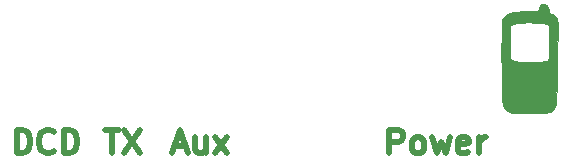
<source format=gbr>
G04 #@! TF.GenerationSoftware,KiCad,Pcbnew,5.1.5-1.fc31*
G04 #@! TF.CreationDate,2020-05-07T20:18:55-05:00*
G04 #@! TF.ProjectId,FrontPanel,46726f6e-7450-4616-9e65-6c2e6b696361,B*
G04 #@! TF.SameCoordinates,Original*
G04 #@! TF.FileFunction,Legend,Top*
G04 #@! TF.FilePolarity,Positive*
%FSLAX46Y46*%
G04 Gerber Fmt 4.6, Leading zero omitted, Abs format (unit mm)*
G04 Created by KiCad (PCBNEW 5.1.5-1.fc31) date 2020-05-07 20:18:55*
%MOMM*%
%LPD*%
G04 APERTURE LIST*
%ADD10C,0.010000*%
%ADD11C,0.500000*%
G04 APERTURE END LIST*
D10*
G36*
X159479566Y-85287021D02*
G01*
X159572770Y-85328817D01*
X159641089Y-85390670D01*
X159651669Y-85406759D01*
X159670656Y-85449199D01*
X159697550Y-85522430D01*
X159728887Y-85616467D01*
X159761206Y-85721322D01*
X159763765Y-85730000D01*
X159799540Y-85848089D01*
X159830336Y-85933725D01*
X159862268Y-85995308D01*
X159901450Y-86041238D01*
X159953997Y-86079918D01*
X160026022Y-86119747D01*
X160060041Y-86137067D01*
X160226866Y-86239732D01*
X160359432Y-86361063D01*
X160455645Y-86498590D01*
X160513410Y-86649840D01*
X160519760Y-86679367D01*
X160524182Y-86726113D01*
X160527584Y-86812296D01*
X160530014Y-86935034D01*
X160531519Y-87091443D01*
X160532144Y-87278643D01*
X160531938Y-87493749D01*
X160530946Y-87733878D01*
X160529217Y-87996150D01*
X160526796Y-88277680D01*
X160523731Y-88575586D01*
X160520069Y-88886986D01*
X160515856Y-89208996D01*
X160511139Y-89538735D01*
X160505966Y-89873319D01*
X160500383Y-90209866D01*
X160494437Y-90545493D01*
X160488175Y-90877318D01*
X160481645Y-91202458D01*
X160474891Y-91518031D01*
X160467963Y-91821153D01*
X160460906Y-92108942D01*
X160453768Y-92378515D01*
X160446595Y-92626990D01*
X160439435Y-92851484D01*
X160432334Y-93049115D01*
X160425339Y-93217000D01*
X160418497Y-93352256D01*
X160411855Y-93452000D01*
X160409054Y-93483431D01*
X160377381Y-93715727D01*
X160330549Y-93911384D01*
X160265333Y-94073513D01*
X160178509Y-94205221D01*
X160066851Y-94309620D01*
X159927134Y-94389818D01*
X159756132Y-94448925D01*
X159550621Y-94490051D01*
X159340477Y-94513687D01*
X159259607Y-94518357D01*
X159142220Y-94522317D01*
X158994123Y-94525570D01*
X158821126Y-94528119D01*
X158629038Y-94529965D01*
X158423668Y-94531111D01*
X158210825Y-94531559D01*
X157996318Y-94531313D01*
X157785956Y-94530375D01*
X157585547Y-94528747D01*
X157400902Y-94526432D01*
X157237829Y-94523432D01*
X157102137Y-94519750D01*
X156999636Y-94515388D01*
X156958968Y-94512655D01*
X156714698Y-94481965D01*
X156506721Y-94432742D01*
X156332716Y-94363808D01*
X156190361Y-94273981D01*
X156077336Y-94162083D01*
X155991320Y-94026933D01*
X155987255Y-94018654D01*
X155947280Y-93917169D01*
X155908932Y-93785200D01*
X155875055Y-93634580D01*
X155848496Y-93477142D01*
X155839213Y-93402917D01*
X155833355Y-93328170D01*
X155827655Y-93214365D01*
X155822144Y-93064777D01*
X155816854Y-92882681D01*
X155811818Y-92671352D01*
X155807066Y-92434066D01*
X155802631Y-92174096D01*
X155798544Y-91894720D01*
X155794838Y-91599211D01*
X155791543Y-91290844D01*
X155788691Y-90972896D01*
X155786315Y-90648640D01*
X155784445Y-90321352D01*
X155783115Y-89994306D01*
X155782354Y-89670779D01*
X155782196Y-89354046D01*
X155782672Y-89047380D01*
X155783814Y-88754058D01*
X155785652Y-88477354D01*
X155788220Y-88220543D01*
X155788653Y-88185334D01*
X155801316Y-87179917D01*
X156487983Y-87179917D01*
X156502871Y-88502834D01*
X156506028Y-88775254D01*
X156508978Y-89008560D01*
X156511840Y-89205969D01*
X156514731Y-89370700D01*
X156517767Y-89505970D01*
X156521065Y-89614997D01*
X156524743Y-89701000D01*
X156528918Y-89767195D01*
X156533706Y-89816800D01*
X156539224Y-89853034D01*
X156545590Y-89879115D01*
X156552921Y-89898260D01*
X156553672Y-89899834D01*
X156609499Y-89969894D01*
X156704811Y-90030695D01*
X156840042Y-90082382D01*
X157015628Y-90125104D01*
X157232002Y-90159007D01*
X157362167Y-90173334D01*
X157460792Y-90180059D01*
X157592056Y-90184823D01*
X157749187Y-90187725D01*
X157925411Y-90188865D01*
X158113955Y-90188345D01*
X158308049Y-90186263D01*
X158500918Y-90182720D01*
X158685790Y-90177817D01*
X158855893Y-90171654D01*
X159004454Y-90164330D01*
X159124701Y-90155947D01*
X159209861Y-90146604D01*
X159214250Y-90145929D01*
X159315030Y-90129015D01*
X159409784Y-90111324D01*
X159484311Y-90095585D01*
X159510584Y-90089014D01*
X159602144Y-90055699D01*
X159687294Y-90011028D01*
X159754976Y-89961932D01*
X159794137Y-89915343D01*
X159796601Y-89909713D01*
X159801422Y-89876616D01*
X159806065Y-89806023D01*
X159810492Y-89702335D01*
X159814665Y-89569953D01*
X159818546Y-89413279D01*
X159822098Y-89236716D01*
X159825283Y-89044663D01*
X159828062Y-88841524D01*
X159830399Y-88631699D01*
X159832255Y-88419590D01*
X159833593Y-88209599D01*
X159834374Y-88006127D01*
X159834561Y-87813576D01*
X159834116Y-87636348D01*
X159833001Y-87478844D01*
X159831179Y-87345466D01*
X159828611Y-87240615D01*
X159825260Y-87168692D01*
X159821088Y-87134101D01*
X159820462Y-87132535D01*
X159779152Y-87086152D01*
X159708189Y-87036143D01*
X159619000Y-86989110D01*
X159523011Y-86951652D01*
X159491374Y-86942408D01*
X159344151Y-86911279D01*
X159161752Y-86885290D01*
X158951033Y-86864543D01*
X158718851Y-86849141D01*
X158472062Y-86839187D01*
X158217522Y-86834782D01*
X157962089Y-86836031D01*
X157712617Y-86843034D01*
X157475964Y-86855895D01*
X157258987Y-86874717D01*
X157068541Y-86899602D01*
X157032527Y-86905613D01*
X156871862Y-86942184D01*
X156732196Y-86991014D01*
X156620567Y-87049102D01*
X156544011Y-87113444D01*
X156543190Y-87114413D01*
X156487983Y-87179917D01*
X155801316Y-87179917D01*
X155807982Y-86650750D01*
X155859180Y-86544917D01*
X155942949Y-86414030D01*
X156061134Y-86290504D01*
X156205818Y-86181641D01*
X156325838Y-86114549D01*
X156438095Y-86065240D01*
X156557961Y-86023224D01*
X156689530Y-85987979D01*
X156836893Y-85958981D01*
X157004145Y-85935706D01*
X157195379Y-85917633D01*
X157414688Y-85904237D01*
X157666165Y-85894996D01*
X157953904Y-85889387D01*
X158099437Y-85887883D01*
X158275433Y-85886296D01*
X158437586Y-85884474D01*
X158581144Y-85882498D01*
X158701357Y-85880448D01*
X158793476Y-85878407D01*
X158852750Y-85876454D01*
X158874426Y-85874675D01*
X158883097Y-85852877D01*
X158901859Y-85799507D01*
X158927710Y-85723250D01*
X158950058Y-85655917D01*
X158990254Y-85538270D01*
X159023925Y-85453779D01*
X159055745Y-85394777D01*
X159090390Y-85353595D01*
X159132534Y-85322565D01*
X159163724Y-85305448D01*
X159263734Y-85272988D01*
X159372784Y-85267628D01*
X159479566Y-85287021D01*
G37*
X159479566Y-85287021D02*
X159572770Y-85328817D01*
X159641089Y-85390670D01*
X159651669Y-85406759D01*
X159670656Y-85449199D01*
X159697550Y-85522430D01*
X159728887Y-85616467D01*
X159761206Y-85721322D01*
X159763765Y-85730000D01*
X159799540Y-85848089D01*
X159830336Y-85933725D01*
X159862268Y-85995308D01*
X159901450Y-86041238D01*
X159953997Y-86079918D01*
X160026022Y-86119747D01*
X160060041Y-86137067D01*
X160226866Y-86239732D01*
X160359432Y-86361063D01*
X160455645Y-86498590D01*
X160513410Y-86649840D01*
X160519760Y-86679367D01*
X160524182Y-86726113D01*
X160527584Y-86812296D01*
X160530014Y-86935034D01*
X160531519Y-87091443D01*
X160532144Y-87278643D01*
X160531938Y-87493749D01*
X160530946Y-87733878D01*
X160529217Y-87996150D01*
X160526796Y-88277680D01*
X160523731Y-88575586D01*
X160520069Y-88886986D01*
X160515856Y-89208996D01*
X160511139Y-89538735D01*
X160505966Y-89873319D01*
X160500383Y-90209866D01*
X160494437Y-90545493D01*
X160488175Y-90877318D01*
X160481645Y-91202458D01*
X160474891Y-91518031D01*
X160467963Y-91821153D01*
X160460906Y-92108942D01*
X160453768Y-92378515D01*
X160446595Y-92626990D01*
X160439435Y-92851484D01*
X160432334Y-93049115D01*
X160425339Y-93217000D01*
X160418497Y-93352256D01*
X160411855Y-93452000D01*
X160409054Y-93483431D01*
X160377381Y-93715727D01*
X160330549Y-93911384D01*
X160265333Y-94073513D01*
X160178509Y-94205221D01*
X160066851Y-94309620D01*
X159927134Y-94389818D01*
X159756132Y-94448925D01*
X159550621Y-94490051D01*
X159340477Y-94513687D01*
X159259607Y-94518357D01*
X159142220Y-94522317D01*
X158994123Y-94525570D01*
X158821126Y-94528119D01*
X158629038Y-94529965D01*
X158423668Y-94531111D01*
X158210825Y-94531559D01*
X157996318Y-94531313D01*
X157785956Y-94530375D01*
X157585547Y-94528747D01*
X157400902Y-94526432D01*
X157237829Y-94523432D01*
X157102137Y-94519750D01*
X156999636Y-94515388D01*
X156958968Y-94512655D01*
X156714698Y-94481965D01*
X156506721Y-94432742D01*
X156332716Y-94363808D01*
X156190361Y-94273981D01*
X156077336Y-94162083D01*
X155991320Y-94026933D01*
X155987255Y-94018654D01*
X155947280Y-93917169D01*
X155908932Y-93785200D01*
X155875055Y-93634580D01*
X155848496Y-93477142D01*
X155839213Y-93402917D01*
X155833355Y-93328170D01*
X155827655Y-93214365D01*
X155822144Y-93064777D01*
X155816854Y-92882681D01*
X155811818Y-92671352D01*
X155807066Y-92434066D01*
X155802631Y-92174096D01*
X155798544Y-91894720D01*
X155794838Y-91599211D01*
X155791543Y-91290844D01*
X155788691Y-90972896D01*
X155786315Y-90648640D01*
X155784445Y-90321352D01*
X155783115Y-89994306D01*
X155782354Y-89670779D01*
X155782196Y-89354046D01*
X155782672Y-89047380D01*
X155783814Y-88754058D01*
X155785652Y-88477354D01*
X155788220Y-88220543D01*
X155788653Y-88185334D01*
X155801316Y-87179917D01*
X156487983Y-87179917D01*
X156502871Y-88502834D01*
X156506028Y-88775254D01*
X156508978Y-89008560D01*
X156511840Y-89205969D01*
X156514731Y-89370700D01*
X156517767Y-89505970D01*
X156521065Y-89614997D01*
X156524743Y-89701000D01*
X156528918Y-89767195D01*
X156533706Y-89816800D01*
X156539224Y-89853034D01*
X156545590Y-89879115D01*
X156552921Y-89898260D01*
X156553672Y-89899834D01*
X156609499Y-89969894D01*
X156704811Y-90030695D01*
X156840042Y-90082382D01*
X157015628Y-90125104D01*
X157232002Y-90159007D01*
X157362167Y-90173334D01*
X157460792Y-90180059D01*
X157592056Y-90184823D01*
X157749187Y-90187725D01*
X157925411Y-90188865D01*
X158113955Y-90188345D01*
X158308049Y-90186263D01*
X158500918Y-90182720D01*
X158685790Y-90177817D01*
X158855893Y-90171654D01*
X159004454Y-90164330D01*
X159124701Y-90155947D01*
X159209861Y-90146604D01*
X159214250Y-90145929D01*
X159315030Y-90129015D01*
X159409784Y-90111324D01*
X159484311Y-90095585D01*
X159510584Y-90089014D01*
X159602144Y-90055699D01*
X159687294Y-90011028D01*
X159754976Y-89961932D01*
X159794137Y-89915343D01*
X159796601Y-89909713D01*
X159801422Y-89876616D01*
X159806065Y-89806023D01*
X159810492Y-89702335D01*
X159814665Y-89569953D01*
X159818546Y-89413279D01*
X159822098Y-89236716D01*
X159825283Y-89044663D01*
X159828062Y-88841524D01*
X159830399Y-88631699D01*
X159832255Y-88419590D01*
X159833593Y-88209599D01*
X159834374Y-88006127D01*
X159834561Y-87813576D01*
X159834116Y-87636348D01*
X159833001Y-87478844D01*
X159831179Y-87345466D01*
X159828611Y-87240615D01*
X159825260Y-87168692D01*
X159821088Y-87134101D01*
X159820462Y-87132535D01*
X159779152Y-87086152D01*
X159708189Y-87036143D01*
X159619000Y-86989110D01*
X159523011Y-86951652D01*
X159491374Y-86942408D01*
X159344151Y-86911279D01*
X159161752Y-86885290D01*
X158951033Y-86864543D01*
X158718851Y-86849141D01*
X158472062Y-86839187D01*
X158217522Y-86834782D01*
X157962089Y-86836031D01*
X157712617Y-86843034D01*
X157475964Y-86855895D01*
X157258987Y-86874717D01*
X157068541Y-86899602D01*
X157032527Y-86905613D01*
X156871862Y-86942184D01*
X156732196Y-86991014D01*
X156620567Y-87049102D01*
X156544011Y-87113444D01*
X156543190Y-87114413D01*
X156487983Y-87179917D01*
X155801316Y-87179917D01*
X155807982Y-86650750D01*
X155859180Y-86544917D01*
X155942949Y-86414030D01*
X156061134Y-86290504D01*
X156205818Y-86181641D01*
X156325838Y-86114549D01*
X156438095Y-86065240D01*
X156557961Y-86023224D01*
X156689530Y-85987979D01*
X156836893Y-85958981D01*
X157004145Y-85935706D01*
X157195379Y-85917633D01*
X157414688Y-85904237D01*
X157666165Y-85894996D01*
X157953904Y-85889387D01*
X158099437Y-85887883D01*
X158275433Y-85886296D01*
X158437586Y-85884474D01*
X158581144Y-85882498D01*
X158701357Y-85880448D01*
X158793476Y-85878407D01*
X158852750Y-85876454D01*
X158874426Y-85874675D01*
X158883097Y-85852877D01*
X158901859Y-85799507D01*
X158927710Y-85723250D01*
X158950058Y-85655917D01*
X158990254Y-85538270D01*
X159023925Y-85453779D01*
X159055745Y-85394777D01*
X159090390Y-85353595D01*
X159132534Y-85322565D01*
X159163724Y-85305448D01*
X159263734Y-85272988D01*
X159372784Y-85267628D01*
X159479566Y-85287021D01*
D11*
X122226190Y-95904761D02*
X123369047Y-95904761D01*
X122797619Y-97904761D02*
X122797619Y-95904761D01*
X123845238Y-95904761D02*
X125178571Y-97904761D01*
X125178571Y-95904761D02*
X123845238Y-97904761D01*
X128059523Y-97333333D02*
X129011904Y-97333333D01*
X127869047Y-97904761D02*
X128535714Y-95904761D01*
X129202380Y-97904761D01*
X130726190Y-96571428D02*
X130726190Y-97904761D01*
X129869047Y-96571428D02*
X129869047Y-97619047D01*
X129964285Y-97809523D01*
X130154761Y-97904761D01*
X130440476Y-97904761D01*
X130630952Y-97809523D01*
X130726190Y-97714285D01*
X131488095Y-97904761D02*
X132535714Y-96571428D01*
X131488095Y-96571428D02*
X132535714Y-97904761D01*
X114726190Y-97904761D02*
X114726190Y-95904761D01*
X115202380Y-95904761D01*
X115488095Y-96000000D01*
X115678571Y-96190476D01*
X115773809Y-96380952D01*
X115869047Y-96761904D01*
X115869047Y-97047619D01*
X115773809Y-97428571D01*
X115678571Y-97619047D01*
X115488095Y-97809523D01*
X115202380Y-97904761D01*
X114726190Y-97904761D01*
X117869047Y-97714285D02*
X117773809Y-97809523D01*
X117488095Y-97904761D01*
X117297619Y-97904761D01*
X117011904Y-97809523D01*
X116821428Y-97619047D01*
X116726190Y-97428571D01*
X116630952Y-97047619D01*
X116630952Y-96761904D01*
X116726190Y-96380952D01*
X116821428Y-96190476D01*
X117011904Y-96000000D01*
X117297619Y-95904761D01*
X117488095Y-95904761D01*
X117773809Y-96000000D01*
X117869047Y-96095238D01*
X118726190Y-97904761D02*
X118726190Y-95904761D01*
X119202380Y-95904761D01*
X119488095Y-96000000D01*
X119678571Y-96190476D01*
X119773809Y-96380952D01*
X119869047Y-96761904D01*
X119869047Y-97047619D01*
X119773809Y-97428571D01*
X119678571Y-97619047D01*
X119488095Y-97809523D01*
X119202380Y-97904761D01*
X118726190Y-97904761D01*
X146297619Y-97904761D02*
X146297619Y-95904761D01*
X147059523Y-95904761D01*
X147250000Y-96000000D01*
X147345238Y-96095238D01*
X147440476Y-96285714D01*
X147440476Y-96571428D01*
X147345238Y-96761904D01*
X147250000Y-96857142D01*
X147059523Y-96952380D01*
X146297619Y-96952380D01*
X148583333Y-97904761D02*
X148392857Y-97809523D01*
X148297619Y-97714285D01*
X148202380Y-97523809D01*
X148202380Y-96952380D01*
X148297619Y-96761904D01*
X148392857Y-96666666D01*
X148583333Y-96571428D01*
X148869047Y-96571428D01*
X149059523Y-96666666D01*
X149154761Y-96761904D01*
X149250000Y-96952380D01*
X149250000Y-97523809D01*
X149154761Y-97714285D01*
X149059523Y-97809523D01*
X148869047Y-97904761D01*
X148583333Y-97904761D01*
X149916666Y-96571428D02*
X150297619Y-97904761D01*
X150678571Y-96952380D01*
X151059523Y-97904761D01*
X151440476Y-96571428D01*
X152964285Y-97809523D02*
X152773809Y-97904761D01*
X152392857Y-97904761D01*
X152202380Y-97809523D01*
X152107142Y-97619047D01*
X152107142Y-96857142D01*
X152202380Y-96666666D01*
X152392857Y-96571428D01*
X152773809Y-96571428D01*
X152964285Y-96666666D01*
X153059523Y-96857142D01*
X153059523Y-97047619D01*
X152107142Y-97238095D01*
X153916666Y-97904761D02*
X153916666Y-96571428D01*
X153916666Y-96952380D02*
X154011904Y-96761904D01*
X154107142Y-96666666D01*
X154297619Y-96571428D01*
X154488095Y-96571428D01*
M02*

</source>
